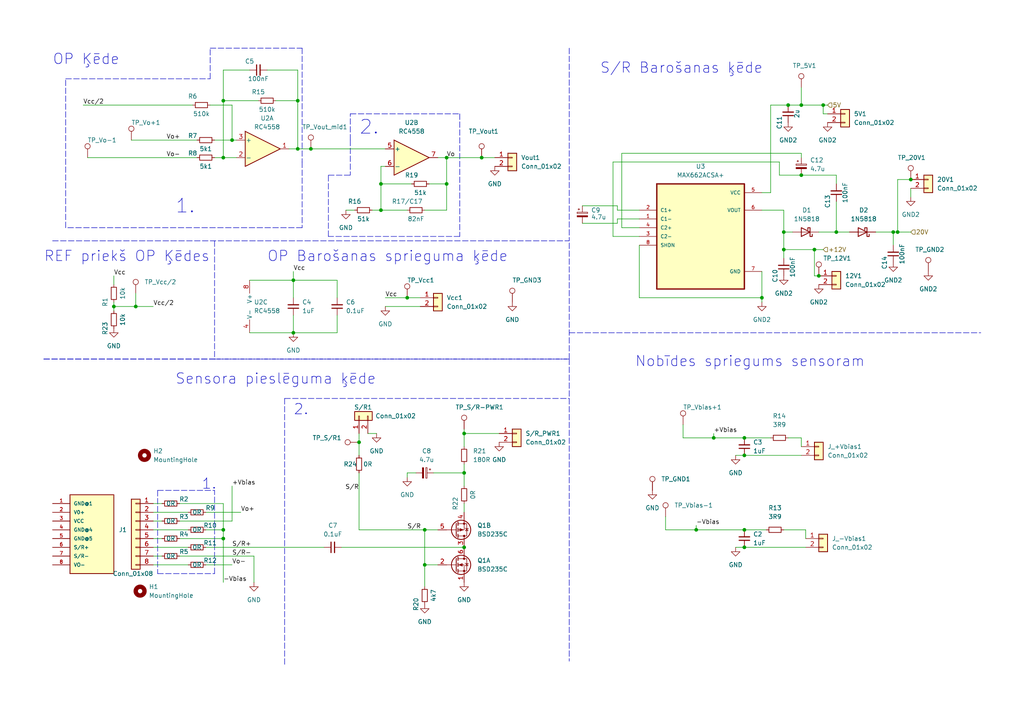
<source format=kicad_sch>
(kicad_sch (version 20211123) (generator eeschema)
  (paper "A4")
  (title_block (title "AMR strāvas mērītājs") (company "RTU") (comment 1 "Emīls Stūrītis") (comment 2 "161REB064"))
  (lib_symbols
    (symbol "Amplifier_Operational:RC4558" (pin_names (offset 0.127))
      (property "Reference" "U" (at 0 5.08 0))
      (property "Value" "RC4558" (at 0 -5.08 0))
      (symbol "RC4558_1_1"
        (polyline (pts (xy -5.08 5.08) (xy 5.08 0) (xy -5.08 -5.08) (xy -5.08 5.08)) (stroke (width 0.254)) (fill (type background)))
        (pin output line (at 7.62 0 180) (length 2.54) (name "~") (number "1"))
        (pin input line (at -7.62 -2.54 0) (length 2.54) (name "-") (number "2"))
        (pin input line (at -7.62 2.54 0) (length 2.54) (name "+") (number "3"))
      )
      (symbol "RC4558_2_1"
        (polyline (pts (xy -5.08 5.08) (xy 5.08 0) (xy -5.08 -5.08) (xy -5.08 5.08)) (stroke (width 0.254)) (fill (type background)))
        (pin input line (at -7.62 2.54 0) (length 2.54) (name "+") (number "5"))
        (pin input line (at -7.62 -2.54 0) (length 2.54) (name "-") (number "6"))
        (pin output line (at 7.62 0 180) (length 2.54) (name "~") (number "7"))
      )
      (symbol "RC4558_3_1"
        (pin power_in line (at -2.54 -7.62 90) (length 3.81) (name "V-") (number "4"))
        (pin power_in line (at -2.54 7.62 270) (length 3.81) (name "V+") (number "8"))
      )
    )
    (symbol "Connector:TestPoint" (pin_numbers hide) (pin_names (offset 0.762) hide)
      (property "Reference" "TP" (at 0 6.858 0))
      (property "Value" "TestPoint" (at 0 5.08 0))
      (symbol "TestPoint_0_1"
        (circle (center 0 3.302) (radius 0.762))
      )
      (symbol "TestPoint_1_1"
        (pin passive line (at 0 0 90) (length 2.54) (name "1") (number "1"))
      )
    )
    (symbol "Connector_Generic:Conn_01x02" (pin_names (offset 1.016) hide)
      (property "Reference" "J" (at 0 2.54 0))
      (property "Value" "Conn_01x02" (at 0 -5.08 0))
      (symbol "Conn_01x02_1_1"
        (rectangle (start -1.27 -2.413) (end 0 -2.667) (stroke (width 0.1524)))
        (rectangle (start -1.27 0.127) (end 0 -0.127) (stroke (width 0.1524)))
        (rectangle (start -1.27 1.27) (end 1.27 -3.81) (stroke (width 0.254)) (fill (type background)))
        (pin passive line (at -5.08 0 0) (length 3.81) (name "Pin_1") (number "1"))
        (pin passive line (at -5.08 -2.54 0) (length 3.81) (name "Pin_2") (number "2"))
      )
    )
    (symbol "Connector_Generic:Conn_01x08" (pin_names (offset 1.016) hide)
      (property "Reference" "J" (at 0 10.16 0))
      (property "Value" "Conn_01x08" (at 0 -12.7 0))
      (symbol "Conn_01x08_1_1"
        (rectangle (start -1.27 -10.033) (end 0 -10.287) (stroke (width 0.1524)))
        (rectangle (start -1.27 -7.493) (end 0 -7.747) (stroke (width 0.1524)))
        (rectangle (start -1.27 -4.953) (end 0 -5.207) (stroke (width 0.1524)))
        (rectangle (start -1.27 -2.413) (end 0 -2.667) (stroke (width 0.1524)))
        (rectangle (start -1.27 0.127) (end 0 -0.127) (stroke (width 0.1524)))
        (rectangle (start -1.27 2.667) (end 0 2.413) (stroke (width 0.1524)))
        (rectangle (start -1.27 5.207) (end 0 4.953) (stroke (width 0.1524)))
        (rectangle (start -1.27 7.747) (end 0 7.493) (stroke (width 0.1524)))
        (rectangle (start -1.27 8.89) (end 1.27 -11.43) (stroke (width 0.254)) (fill (type background)))
        (pin passive line (at -5.08 7.62 0) (length 3.81) (name "Pin_1") (number "1"))
        (pin passive line (at -5.08 5.08 0) (length 3.81) (name "Pin_2") (number "2"))
        (pin passive line (at -5.08 2.54 0) (length 3.81) (name "Pin_3") (number "3"))
        (pin passive line (at -5.08 0 0) (length 3.81) (name "Pin_4") (number "4"))
        (pin passive line (at -5.08 -2.54 0) (length 3.81) (name "Pin_5") (number "5"))
        (pin passive line (at -5.08 -5.08 0) (length 3.81) (name "Pin_6") (number "6"))
        (pin passive line (at -5.08 -7.62 0) (length 3.81) (name "Pin_7") (number "7"))
        (pin passive line (at -5.08 -10.16 0) (length 3.81) (name "Pin_8") (number "8"))
      )
    )
    (symbol "Device:C_Polarized_Small" (pin_numbers hide) (pin_names (offset 0.254) hide)
      (property "Reference" "C" (at 0.254 1.778 0))
      (property "Value" "C_Polarized_Small" (at 0.254 -2.032 0))
      (symbol "C_Polarized_Small_0_1"
        (rectangle (start -1.524 -0.3048) (end 1.524 -0.6858) (fill (type outline)))
        (rectangle (start -1.524 0.6858) (end 1.524 0.3048))
        (polyline (pts (xy -1.27 1.524) (xy -0.762 1.524)))
        (polyline (pts (xy -1.016 1.27) (xy -1.016 1.778)))
      )
      (symbol "C_Polarized_Small_1_1"
        (pin passive line (at 0 2.54 270) (length 1.8542) (name "~") (number "1"))
        (pin passive line (at 0 -2.54 90) (length 1.8542) (name "~") (number "2"))
      )
    )
    (symbol "Device:C_Small" (pin_numbers hide) (pin_names (offset 0.254) hide)
      (property "Reference" "C" (at 0.254 1.778 0))
      (property "Value" "C_Small" (at 0.254 -2.032 0))
      (symbol "C_Small_0_1"
        (polyline (pts (xy -1.524 -0.508) (xy 1.524 -0.508)) (stroke (width 0.3302)))
        (polyline (pts (xy -1.524 0.508) (xy 1.524 0.508)) (stroke (width 0.3048)))
      )
      (symbol "C_Small_1_1"
        (pin passive line (at 0 2.54 270) (length 2.032) (name "~") (number "1"))
        (pin passive line (at 0 -2.54 90) (length 2.032) (name "~") (number "2"))
      )
    )
    (symbol "Device:R_Small" (pin_numbers hide) (pin_names (offset 0.254) hide)
      (property "Reference" "R" (at 0.762 0.508 0))
      (property "Value" "R_Small" (at 0.762 -1.016 0))
      (symbol "R_Small_0_1"
        (rectangle (start -0.762 1.778) (end 0.762 -1.778) (stroke (width 0.2032)))
      )
      (symbol "R_Small_1_1"
        (pin passive line (at 0 2.54 270) (length 0.762) (name "~") (number "1"))
        (pin passive line (at 0 -2.54 90) (length 0.762) (name "~") (number "2"))
      )
    )
    (symbol "Diode:1N5818" (pin_numbers hide) (pin_names (offset 1.016) hide)
      (property "Reference" "D" (at 0 2.54 0))
      (property "Value" "1N5818" (at 0 -2.54 0))
      (symbol "1N5818_0_1"
        (polyline (pts (xy 1.27 0) (xy -1.27 0)))
        (polyline (pts (xy 1.27 1.27) (xy 1.27 -1.27) (xy -1.27 0) (xy 1.27 1.27)) (stroke (width 0.254)))
        (polyline (pts (xy -1.905 0.635) (xy -1.905 1.27) (xy -1.27 1.27) (xy -1.27 -1.27) (xy -0.635 -1.27) (xy -0.635 -0.635)) (stroke (width 0.254)))
      )
      (symbol "1N5818_1_1"
        (pin passive line (at -3.81 0 0) (length 2.54) (name "K") (number "1"))
        (pin passive line (at 3.81 0 180) (length 2.54) (name "A") (number "2"))
      )
    )
    (symbol "Mechanical:MountingHole" (pin_names (offset 1.016))
      (property "Reference" "H" (at 0 5.08 0))
      (property "Value" "MountingHole" (at 0 3.175 0))
      (symbol "MountingHole_0_1"
        (circle (center 0 0) (radius 1.27) (stroke (width 1.27)))
      )
    )
    (symbol "MyLib:HMC1051Z" (pin_names (offset 1.016))
      (symbol "HMC1051Z_0_0"
        (rectangle (start 0 -7.62) (end 12.7 15.24) (stroke (width 0.254)) (fill (type background)))
        (polyline (pts (xy 0 15.24) (xy 0 -7.62)) (stroke (width 0.254)))
        (pin bidirectional line (at -5.08 12.7 0) (length 5.08) (name "GND@1") (number "1"))
        (pin bidirectional line (at -5.08 10.16 0) (length 5.08) (name "V0+") (number "2"))
        (pin bidirectional line (at -5.08 7.62 0) (length 5.08) (name "VCC") (number "3"))
        (pin bidirectional line (at -5.08 5.08 0) (length 5.08) (name "GND@4") (number "4"))
        (pin bidirectional line (at -5.08 2.54 0) (length 5.08) (name "GND@5") (number "5"))
        (pin bidirectional line (at -5.08 0 0) (length 5.08) (name "S/R+") (number "6"))
        (pin bidirectional line (at -5.08 -2.54 0) (length 5.08) (name "S/R-") (number "7"))
        (pin bidirectional line (at -5.08 -5.08 0) (length 5.08) (name "VO-") (number "8"))
      )
    )
    (symbol "MyLib:MAX662ACSA+" (pin_names (offset 1.016))
      (property "Reference" "U" (at -12.7 16.2306 0))
      (property "Value" "MAX662ACSA+" (at -12.7 -19.2278 0))
      (symbol "MAX662ACSA+_0_0"
        (rectangle (start -12.7 -15.24) (end 12.7 15.24) (stroke (width 0.4064)) (fill (type background)))
        (pin input line (at -17.78 5.08 0) (length 5.08) (name "C1-") (number "1"))
        (pin input line (at -17.78 7.62 0) (length 5.08) (name "C1+") (number "2"))
        (pin input line (at -17.78 0 0) (length 5.08) (name "C2-") (number "3"))
        (pin input line (at -17.78 2.54 0) (length 5.08) (name "C2+") (number "4"))
        (pin power_in line (at 17.78 12.7 180) (length 5.08) (name "VCC") (number "5"))
        (pin output line (at 17.78 7.62 180) (length 5.08) (name "VOUT") (number "6"))
        (pin power_in line (at 17.78 -10.16 180) (length 5.08) (name "GND") (number "7"))
        (pin input line (at -17.78 -2.54 0) (length 5.08) (name "SHDN") (number "8"))
      )
    )
    (symbol "Transistor_FET:BSD235C" (pin_names hide)
      (property "Reference" "Q" (at 5.08 2.54 0))
      (property "Value" "BSD235C" (at 5.08 0 0))
      (symbol "BSD235C_1_1"
        (polyline (pts (xy 0.254 -1.905) (xy 0.254 1.905)) (stroke (width 0.254)))
        (polyline (pts (xy 0.254 0) (xy -2.54 0)))
        (polyline (pts (xy 0.762 -2.286) (xy 0.762 -1.27)) (stroke (width 0.254)))
        (polyline (pts (xy 0.762 -0.508) (xy 0.762 0.508)) (stroke (width 0.254)))
        (polyline (pts (xy 0.762 1.27) (xy 0.762 2.286)) (stroke (width 0.254)))
        (polyline (pts (xy 2.54 1.905) (xy 2.54 2.54)))
        (polyline (pts (xy 2.54 -2.54) (xy 2.54 0) (xy 0.762 0)))
        (polyline (pts (xy 0.762 1.778) (xy 3.302 1.778) (xy 3.302 -1.778) (xy 0.762 -1.778)))
        (polyline (pts (xy 1.016 0) (xy 2.032 -0.381) (xy 2.032 0.381) (xy 1.016 0)) (fill (type outline)))
        (polyline (pts (xy 2.794 0.508) (xy 2.921 0.381) (xy 3.683 0.381) (xy 3.81 0.254)))
        (polyline (pts (xy 3.302 0.381) (xy 2.921 -0.254) (xy 3.683 -0.254) (xy 3.302 0.381)))
        (circle (center 1.651 0) (radius 2.794) (stroke (width 0.254)))
        (circle (center 2.54 -1.778) (radius 0.254) (fill (type outline)))
        (circle (center 2.54 1.778) (radius 0.254) (fill (type outline)))
        (pin passive line (at 2.54 -5.08 90) (length 2.54) (name "SN") (number "1"))
        (pin input line (at -5.08 0 0) (length 2.54) (name "GN") (number "2"))
        (pin passive line (at 2.54 5.08 270) (length 2.54) (name "DN") (number "6"))
      )
      (symbol "BSD235C_2_1"
        (polyline (pts (xy 0.254 0) (xy -2.54 0)))
        (polyline (pts (xy 0.254 1.905) (xy 0.254 -1.905)) (stroke (width 0.254)))
        (polyline (pts (xy 0.762 -1.27) (xy 0.762 -2.286)) (stroke (width 0.254)))
        (polyline (pts (xy 0.762 0.508) (xy 0.762 -0.508)) (stroke (width 0.254)))
        (polyline (pts (xy 0.762 2.286) (xy 0.762 1.27)) (stroke (width 0.254)))
        (polyline (pts (xy 2.54 -1.905) (xy 2.54 -2.54)))
        (polyline (pts (xy 2.54 2.54) (xy 2.54 0) (xy 0.762 0)))
        (polyline (pts (xy 0.762 -1.778) (xy 3.302 -1.778) (xy 3.302 1.778) (xy 0.762 1.778)))
        (polyline (pts (xy 2.286 0) (xy 1.27 -0.381) (xy 1.27 0.381) (xy 2.286 0)) (fill (type outline)))
        (polyline (pts (xy 2.794 0.508) (xy 2.921 0.381) (xy 3.683 0.381) (xy 3.81 0.254)))
        (polyline (pts (xy 3.302 0.381) (xy 2.921 -0.254) (xy 3.683 -0.254) (xy 3.302 0.381)))
        (circle (center 1.651 0) (radius 2.794) (stroke (width 0.254)))
        (circle (center 2.54 -1.778) (radius 0.254) (fill (type outline)))
        (circle (center 2.54 1.778) (radius 0.254) (fill (type outline)))
        (pin passive line (at 2.54 -5.08 90) (length 2.54) (name "DP") (number "3"))
        (pin passive line (at 2.54 5.08 270) (length 2.54) (name "SP") (number "4"))
        (pin input line (at -5.08 0 0) (length 2.54) (name "GP") (number "5"))
      )
    )
    (symbol "power:GND" (power) (pin_names (offset 0))
      (property "Value" "GND" (at 0 -3.81 0))
      (symbol "GND_0_1"
        (polyline (pts (xy 0 0) (xy 0 -1.27) (xy 1.27 -1.27) (xy 0 -2.54) (xy -1.27 -1.27) (xy 0 -1.27)))
      )
      (symbol "GND_1_1"
        (pin power_in line (at 0 0 270) (length 0) hide (name "GND") (number "1"))
      )
    )
    (symbol "power:GND2" (power) (pin_names (offset 0))
      (property "Value" "GND2" (at 0 -3.81 0))
      (symbol "GND2_0_1"
        (polyline (pts (xy 0 0) (xy 0 -1.27) (xy 1.27 -1.27) (xy 0 -2.54) (xy -1.27 -1.27) (xy 0 -1.27)))
      )
      (symbol "GND2_1_1"
        (pin power_in line (at 0 0 270) (length 0) hide (name "GND2") (number "1"))
      )
    )
  )
  (junction (at 64.77 29.21))
  (junction (at 215.9 127))
  (junction (at 220.98 86.36))
  (junction (at 129.54 45.72))
  (junction (at 104.14 128.27))
  (junction (at 64.77 45.72))
  (junction (at 215.9 132.08))
  (junction (at 232.41 30.48))
  (junction (at 110.49 53.34))
  (junction (at 134.62 137.16))
  (junction (at 238.76 30.48))
  (junction (at 264.16 52.07))
  (junction (at 118.11 86.36))
  (junction (at 123.19 153.67))
  (junction (at 260.35 67.31))
  (junction (at 110.49 60.96))
  (junction (at 129.54 53.34))
  (junction (at 39.37 88.9))
  (junction (at 228.6 30.48))
  (junction (at 64.77 153.67))
  (junction (at 67.31 40.64))
  (junction (at 33.02 88.9))
  (junction (at 242.57 67.31))
  (junction (at 237.49 80.01))
  (junction (at 227.33 67.31))
  (junction (at 86.36 29.21))
  (junction (at 259.08 67.31))
  (junction (at 134.62 125.73))
  (junction (at 207.01 127))
  (junction (at 123.19 163.83))
  (junction (at 215.9 153.67))
  (junction (at 85.09 96.52))
  (junction (at 215.9 158.75))
  (junction (at 232.41 50.8))
  (junction (at 85.09 81.28))
  (junction (at 90.17 43.18))
  (junction (at 134.62 158.75))
  (junction (at 64.77 156.21))
  (junction (at 86.36 43.18))
  (junction (at 201.93 153.67))
  (junction (at 227.33 72.39))
  (junction (at 139.7 45.72))
  (junction (at 236.22 72.39))
  (wire (pts (xy 33.02 80.01) (xy 33.02 82.55)))
  (wire (pts (xy 123.19 163.83) (xy 127 163.83)))
  (wire (pts (xy 215.9 127) (xy 207.01 127)))
  (wire (pts (xy 179.07 63.5) (xy 185.42 63.5)))
  (wire (pts (xy 85.09 81.28) (xy 85.09 86.36)))
  (polyline (pts (xy 45.72 166.37) (xy 62.23 166.37)))
  (wire (pts (xy 59.69 163.83) (xy 67.31 163.83)))
  (wire (pts (xy 120.65 137.16) (xy 118.11 137.16)))
  (wire (pts (xy 77.47 20.32) (xy 86.36 20.32)))
  (wire (pts (xy 201.93 153.67) (xy 201.93 152.4)))
  (wire (pts (xy 99.06 158.75) (xy 134.62 158.75)))
  (wire (pts (xy 110.49 53.34) (xy 119.38 53.34)))
  (wire (pts (xy 134.62 125.73) (xy 134.62 129.54)))
  (wire (pts (xy 52.07 161.29) (xy 73.66 161.29)))
  (wire (pts (xy 213.36 158.75) (xy 215.9 158.75)))
  (wire (pts (xy 33.02 88.9) (xy 33.02 87.63)))
  (wire (pts (xy 118.11 137.16) (xy 118.11 138.43)))
  (polyline (pts (xy 82.55 115.57) (xy 82.55 193.04)))
  (wire (pts (xy 227.33 72.39) (xy 227.33 74.93)))
  (wire (pts (xy 236.22 72.39) (xy 238.76 72.39)))
  (wire (pts (xy 125.73 137.16) (xy 134.62 137.16)))
  (wire (pts (xy 83.82 43.18) (xy 86.36 43.18)))
  (wire (pts (xy 111.76 86.36) (xy 118.11 86.36)))
  (wire (pts (xy 232.41 127) (xy 232.41 129.54)))
  (wire (pts (xy 64.77 29.21) (xy 74.93 29.21)))
  (wire (pts (xy 232.41 44.45) (xy 232.41 45.72)))
  (wire (pts (xy 52.07 156.21) (xy 64.77 156.21)))
  (wire (pts (xy 44.45 158.75) (xy 54.61 158.75)))
  (wire (pts (xy 134.62 125.73) (xy 144.78 125.73)))
  (wire (pts (xy 193.04 149.86) (xy 193.04 153.67)))
  (wire (pts (xy 97.79 96.52) (xy 85.09 96.52)))
  (wire (pts (xy 237.49 80.01) (xy 236.22 80.01)))
  (wire (pts (xy 193.04 153.67) (xy 201.93 153.67)))
  (wire (pts (xy 179.07 64.77) (xy 179.07 63.5)))
  (wire (pts (xy 134.62 134.62) (xy 134.62 137.16)))
  (wire (pts (xy 85.09 81.28) (xy 97.79 81.28)))
  (polyline (pts (xy 101.6 40.64) (xy 101.6 50.8)))
  (wire (pts (xy 260.35 52.07) (xy 260.35 67.31)))
  (wire (pts (xy 44.45 153.67) (xy 54.61 153.67)))
  (wire (pts (xy 213.36 132.08) (xy 215.9 132.08)))
  (polyline (pts (xy 45.72 142.24) (xy 62.23 142.24)))
  (wire (pts (xy 227.33 153.67) (xy 233.68 153.67)))
  (wire (pts (xy 228.6 127) (xy 232.41 127)))
  (wire (pts (xy 59.69 158.75) (xy 93.98 158.75)))
  (wire (pts (xy 215.9 158.75) (xy 233.68 158.75)))
  (wire (pts (xy 134.62 137.16) (xy 134.62 140.97)))
  (wire (pts (xy 104.14 153.67) (xy 104.14 137.16)))
  (wire (pts (xy 86.36 43.18) (xy 86.36 29.21)))
  (wire (pts (xy 260.35 52.07) (xy 264.16 52.07)))
  (wire (pts (xy 39.37 88.9) (xy 44.45 88.9)))
  (wire (pts (xy 59.69 148.59) (xy 69.85 148.59)))
  (polyline (pts (xy 101.6 40.64) (xy 101.6 33.02)))
  (wire (pts (xy 109.22 125.73) (xy 106.68 125.73)))
  (wire (pts (xy 129.54 60.96) (xy 123.19 60.96)))
  (wire (pts (xy 73.66 168.91) (xy 73.66 161.29)))
  (wire (pts (xy 110.49 60.96) (xy 118.11 60.96)))
  (wire (pts (xy 129.54 53.34) (xy 129.54 45.72)))
  (wire (pts (xy 129.54 45.72) (xy 139.7 45.72)))
  (wire (pts (xy 118.11 86.36) (xy 121.92 86.36)))
  (wire (pts (xy 97.79 91.44) (xy 97.79 96.52)))
  (wire (pts (xy 207.01 127) (xy 207.01 125.73)))
  (wire (pts (xy 59.69 153.67) (xy 64.77 153.67)))
  (wire (pts (xy 237.49 67.31) (xy 242.57 67.31)))
  (polyline (pts (xy 62.23 69.85) (xy 62.23 104.14)))
  (polyline (pts (xy 133.35 68.58) (xy 95.25 68.58)))
  (polyline (pts (xy 19.05 22.86) (xy 60.96 22.86)))
  (wire (pts (xy 177.8 46.99) (xy 226.06 46.99)))
  (wire (pts (xy 85.09 91.44) (xy 85.09 96.52)))
  (wire (pts (xy 64.77 20.32) (xy 72.39 20.32)))
  (wire (pts (xy 67.31 151.13) (xy 67.31 140.97)))
  (polyline (pts (xy 165.1 96.52) (xy 284.48 96.52)))
  (wire (pts (xy 67.31 30.48) (xy 67.31 40.64)))
  (wire (pts (xy 185.42 66.04) (xy 180.34 66.04)))
  (wire (pts (xy 179.07 60.96) (xy 179.07 59.69)))
  (polyline (pts (xy 133.35 33.02) (xy 133.35 68.58)))
  (polyline (pts (xy 165.1 104.14) (xy 165.1 191.77)))
  (wire (pts (xy 185.42 86.36) (xy 185.42 71.12)))
  (polyline (pts (xy 87.63 13.97) (xy 87.63 46.99)))
  (wire (pts (xy 90.17 43.18) (xy 111.76 43.18)))
  (wire (pts (xy 240.03 33.02) (xy 238.76 33.02)))
  (wire (pts (xy 38.1 40.64) (xy 57.15 40.64)))
  (wire (pts (xy 139.7 45.72) (xy 143.51 45.72)))
  (wire (pts (xy 33.02 90.17) (xy 33.02 88.9)))
  (wire (pts (xy 104.14 128.27) (xy 104.14 125.73)))
  (wire (pts (xy 180.34 66.04) (xy 180.34 44.45)))
  (wire (pts (xy 60.96 30.48) (xy 67.31 30.48)))
  (wire (pts (xy 259.08 67.31) (xy 260.35 67.31)))
  (wire (pts (xy 100.33 60.96) (xy 102.87 60.96)))
  (polyline (pts (xy 87.63 46.99) (xy 87.63 66.04)))
  (wire (pts (xy 110.49 48.26) (xy 110.49 53.34)))
  (wire (pts (xy 227.33 72.39) (xy 236.22 72.39)))
  (polyline (pts (xy 95.25 68.58) (xy 95.25 50.8)))
  (wire (pts (xy 220.98 60.96) (xy 227.33 60.96)))
  (wire (pts (xy 238.76 30.48) (xy 238.76 33.02)))
  (wire (pts (xy 111.76 88.9) (xy 121.92 88.9)))
  (wire (pts (xy 111.76 48.26) (xy 110.49 48.26)))
  (wire (pts (xy 39.37 85.09) (xy 39.37 88.9)))
  (wire (pts (xy 64.77 168.91) (xy 64.77 156.21)))
  (wire (pts (xy 223.52 30.48) (xy 223.52 55.88)))
  (wire (pts (xy 44.45 148.59) (xy 54.61 148.59)))
  (wire (pts (xy 198.12 127) (xy 198.12 123.19)))
  (wire (pts (xy 85.09 96.52) (xy 72.39 96.52)))
  (wire (pts (xy 185.42 60.96) (xy 179.07 60.96)))
  (polyline (pts (xy 62.23 166.37) (xy 62.23 142.24)))
  (wire (pts (xy 64.77 156.21) (xy 64.77 153.67)))
  (wire (pts (xy 85.09 78.74) (xy 85.09 81.28)))
  (polyline (pts (xy 62.23 104.14) (xy 165.1 104.14)))
  (wire (pts (xy 44.45 146.05) (xy 46.99 146.05)))
  (wire (pts (xy 110.49 53.34) (xy 110.49 60.96)))
  (wire (pts (xy 259.08 71.12) (xy 259.08 67.31)))
  (wire (pts (xy 67.31 40.64) (xy 68.58 40.64)))
  (wire (pts (xy 123.19 170.18) (xy 123.19 163.83)))
  (polyline (pts (xy 60.96 22.86) (xy 60.96 13.97)))
  (polyline (pts (xy 19.05 66.04) (xy 19.05 22.86)))
  (wire (pts (xy 86.36 43.18) (xy 90.17 43.18)))
  (wire (pts (xy 72.39 81.28) (xy 85.09 81.28)))
  (wire (pts (xy 259.08 67.31) (xy 254 67.31)))
  (wire (pts (xy 25.4 45.72) (xy 57.15 45.72)))
  (polyline (pts (xy 45.72 142.24) (xy 45.72 166.37)))
  (wire (pts (xy 232.41 30.48) (xy 238.76 30.48)))
  (wire (pts (xy 86.36 20.32) (xy 86.36 29.21)))
  (polyline (pts (xy 101.6 33.02) (xy 133.35 33.02)))
  (wire (pts (xy 44.45 163.83) (xy 54.61 163.83)))
  (wire (pts (xy 64.77 45.72) (xy 68.58 45.72)))
  (wire (pts (xy 233.68 153.67) (xy 233.68 156.21)))
  (wire (pts (xy 207.01 127) (xy 198.12 127)))
  (wire (pts (xy 264.16 54.61) (xy 264.16 57.15)))
  (polyline (pts (xy 60.96 13.97) (xy 87.63 13.97)))
  (wire (pts (xy 64.77 20.32) (xy 64.77 29.21)))
  (wire (pts (xy 226.06 46.99) (xy 226.06 50.8)))
  (wire (pts (xy 228.6 30.48) (xy 232.41 30.48)))
  (wire (pts (xy 64.77 153.67) (xy 64.77 146.05)))
  (wire (pts (xy 215.9 153.67) (xy 222.25 153.67)))
  (polyline (pts (xy 12.7 104.14) (xy 62.23 104.14)))
  (polyline (pts (xy 87.63 66.04) (xy 19.05 66.04)))
  (wire (pts (xy 124.46 53.34) (xy 129.54 53.34)))
  (wire (pts (xy 220.98 86.36) (xy 185.42 86.36)))
  (wire (pts (xy 232.41 50.8) (xy 242.57 50.8)))
  (wire (pts (xy 64.77 29.21) (xy 64.77 45.72)))
  (polyline (pts (xy 15.24 69.85) (xy 165.1 69.85)))
  (wire (pts (xy 33.02 88.9) (xy 39.37 88.9)))
  (wire (pts (xy 62.23 40.64) (xy 67.31 40.64)))
  (polyline (pts (xy 165.1 104.14) (xy 165.1 69.85)))
  (wire (pts (xy 226.06 50.8) (xy 232.41 50.8)))
  (wire (pts (xy 129.54 45.72) (xy 127 45.72)))
  (wire (pts (xy 227.33 67.31) (xy 229.87 67.31)))
  (wire (pts (xy 236.22 80.01) (xy 236.22 72.39)))
  (wire (pts (xy 215.9 153.67) (xy 201.93 153.67)))
  (wire (pts (xy 24.13 30.48) (xy 55.88 30.48)))
  (wire (pts (xy 215.9 127) (xy 223.52 127)))
  (wire (pts (xy 97.79 81.28) (xy 97.79 86.36)))
  (wire (pts (xy 177.8 68.58) (xy 177.8 46.99)))
  (wire (pts (xy 223.52 30.48) (xy 228.6 30.48)))
  (wire (pts (xy 227.33 67.31) (xy 227.33 72.39)))
  (wire (pts (xy 64.77 146.05) (xy 52.07 146.05)))
  (wire (pts (xy 180.34 44.45) (xy 232.41 44.45)))
  (wire (pts (xy 86.36 29.21) (xy 80.01 29.21)))
  (wire (pts (xy 107.95 60.96) (xy 110.49 60.96)))
  (wire (pts (xy 232.41 25.4) (xy 232.41 30.48)))
  (wire (pts (xy 44.45 151.13) (xy 46.99 151.13)))
  (wire (pts (xy 238.76 30.48) (xy 240.03 30.48)))
  (wire (pts (xy 129.54 53.34) (xy 129.54 60.96)))
  (wire (pts (xy 227.33 60.96) (xy 227.33 67.31)))
  (wire (pts (xy 168.91 64.77) (xy 179.07 64.77)))
  (wire (pts (xy 242.57 58.42) (xy 242.57 67.31)))
  (wire (pts (xy 185.42 68.58) (xy 177.8 68.58)))
  (wire (pts (xy 220.98 87.63) (xy 220.98 86.36)))
  (wire (pts (xy 242.57 50.8) (xy 242.57 53.34)))
  (wire (pts (xy 62.23 45.72) (xy 64.77 45.72)))
  (wire (pts (xy 44.45 161.29) (xy 46.99 161.29)))
  (wire (pts (xy 242.57 67.31) (xy 246.38 67.31)))
  (wire (pts (xy 134.62 146.05) (xy 134.62 148.59)))
  (wire (pts (xy 44.45 156.21) (xy 46.99 156.21)))
  (wire (pts (xy 52.07 151.13) (xy 67.31 151.13)))
  (wire (pts (xy 220.98 78.74) (xy 220.98 86.36)))
  (wire (pts (xy 104.14 128.27) (xy 104.14 132.08)))
  (wire (pts (xy 134.62 124.46) (xy 134.62 125.73)))
  (wire (pts (xy 220.98 55.88) (xy 223.52 55.88)))
  (wire (pts (xy 104.14 153.67) (xy 123.19 153.67)))
  (polyline (pts (xy 165.1 13.97) (xy 165.1 69.85)))
  (polyline (pts (xy 95.25 50.8) (xy 101.6 50.8)))
  (wire (pts (xy 123.19 153.67) (xy 127 153.67)))
  (polyline (pts (xy 82.55 115.57) (xy 165.1 115.57)))
  (wire (pts (xy 123.19 163.83) (xy 123.19 153.67)))
  (wire (pts (xy 260.35 67.31) (xy 264.16 67.31)))
  (wire (pts (xy 215.9 132.08) (xy 232.41 132.08)))
  (polyline (pts (xy 12.7 104.14) (xy 165.1 104.14)))
  (wire (pts (xy 168.91 59.69) (xy 179.07 59.69)))
  (text "Nobīdes spriegums sensoram" (at 184.15 106.68 0) (effects (font (size 3 3)) (justify left bottom)))
  (text "OP Barošanas sprieguma ķēde" (at 77.47 76.2 0) (effects (font (size 3 3)) (justify left bottom)))
  (text "Sensora pieslēguma ķēde\n" (at 50.8 111.76 0) (effects (font (size 3 3)) (justify left bottom)))
  (text "2." (at 85.09 120.65 0) (effects (font (size 3 3)) (justify left bottom)))
  (text "1." (at 50.8 62.23 0) (effects (font (size 4 4)) (justify left bottom)))
  (text "S/R Barošanas ķēde" (at 173.99 21.59 0) (effects (font (size 3 3)) (justify left bottom)))
  (text "REF priekš OP Ķēdes" (at 12.7 76.2 0) (effects (font (size 3 3)) (justify left bottom)))
  (text "2." (at 104.14 39.37 0) (effects (font (size 4 4)) (justify left bottom)))
  (text "1." (at 58.42 142.24 0) (effects (font (size 3 3)) (justify left bottom)))
  (text "OP Ķēde" (at 15.24 19.05 0) (effects (font (size 3 3)) (justify left bottom)))
  (label "-Vbias" (at 64.77 168.91 0))
  (label "Vcc" (at 85.09 78.74 0))
  (label "Vo-" (at 48.26 45.72 0))
  (label "Vo+" (at 69.85 148.59 0))
  (label "S{slash}R" (at 104.14 142.24 180))
  (label "+Vbias" (at 207.01 125.73 0))
  (label "S{slash}R" (at 118.11 153.67 0))
  (label "S{slash}R-" (at 67.31 161.29 0))
  (label "Vo-" (at 67.31 163.83 0))
  (label "-Vbias" (at 201.93 152.4 0))
  (label "S{slash}R+" (at 67.31 158.75 0))
  (label "Vo" (at 129.54 45.72 0))
  (label "Vcc{slash}2" (at 24.13 30.48 0))
  (label "+Vbias" (at 67.31 140.97 0))
  (label "Vcc" (at 33.02 80.01 0))
  (label "Vcc" (at 111.76 86.36 0))
  (label "Vcc{slash}2" (at 44.45 88.9 0))
  (label "Vo+" (at 48.26 40.64 0))
  (hierarchical_label "20V" (shape input) (at 264.16 67.31 0))
  (hierarchical_label "+12V" (shape input) (at 238.76 72.39 0))
  (hierarchical_label "5V" (shape input) (at 240.03 30.48 0))
  (symbol (lib_id "Transistor_FET:BSD235C") (at 132.08 163.83 0) (unit 1)
    (property "Reference" "Q1" (at 138.43 162.5599 0) (effects (justify left)))
    (property "Value" "BSD235C" (at 138.43 165.0999 0) (effects (justify left)))
    (property "Footprint" "Package_TO_SOT_SMD:SOT-563" (effects hide))
    (property "Datasheet" "https://www.infineon.com/dgdl/Infineon-BSD235C-DS-v02_04-EN.pdf?fileId=db3a30433580b371013585a2d0d53326" (effects hide))
  )
  (symbol (lib_id "Connector_Generic:Conn_01x08") (at 39.37 153.67 0) (mirror y) (unit 1)
    (property "Reference" "J1" (at 36.83 153.6699 0) (effects (justify left)))
    (property "Value" "Conn_01x08" (at 44.45 166.37 0) (effects (justify left)))
    (property "Footprint" "Connector_PinSocket_1.27mm:PinSocket_1x08_P1.27mm_Vertical" (effects hide))
  )
  (symbol (lib_id "Device:C_Polarized_Small") (at 123.19 137.16 270) (unit 1)
    (property "Reference" "C8" (at 123.7361 130.81 90))
    (property "Value" "4.7u" (at 123.7361 133.35 90))
    (property "Footprint" "Capacitor_Tantalum_SMD:CP_EIA-7343-31_Kemet-D_Pad2.25x2.55mm_HandSolder" (effects hide))
  )
  (symbol (lib_id "Device:C_Polarized_Small") (at 232.41 48.26 0) (unit 1)
    (property "Reference" "C12" (at 234.95 46.4438 0) (effects (justify left)))
    (property "Value" "4.7u" (at 234.95 48.9838 0) (effects (justify left)))
    (property "Footprint" "Capacitor_Tantalum_SMD:CP_EIA-7343-31_Kemet-D_Pad2.25x2.55mm_HandSolder" (effects hide))
  )
  (symbol (lib_id "MyLib:MAX662ACSA+") (at 203.2 68.58 0) (unit 1)
    (property "Reference" "U3" (at 203.2 48.26 0))
    (property "Value" "MAX662ACSA+" (at 203.2 50.8 0))
    (property "Footprint" "MyLib:SOIC127P600X175-8N" (effects hide))
    (property "Availability" "Unavailable" (effects hide))
    (property "Package" "SOIC-8 Maxim" (effects hide))
    (property "MP" "MAX662ACSA+" (effects hide))
    (property "Price" "None" (effects hide))
    (property "Description" "Charge Pump Switching Regulator IC Positive Fixed 12V 1 Output 30mA 8-SOIC _0.154, 3.90mm Width_" (effects hide))
    (property "MF" "Maxim Integrated" (effects hide))
  )
  (symbol (lib_id "power:GND2") (at 220.98 87.63 0) (unit 1)
    (property "Reference" "#PWR0110" (effects hide))
    (property "Value" "GND2" (at 220.98 92.71 0))
  )
  (symbol (lib_id "power:GND") (at 213.36 158.75 0) (unit 1)
    (property "Reference" "#PWR0108" (effects hide))
    (property "Value" "GND" (at 213.36 163.83 0))
  )
  (symbol (lib_id "Connector_Generic:Conn_01x02") (at 148.59 45.72 0) (unit 1)
    (property "Reference" "Vout1" (at 151.13 45.7199 0) (effects (justify left)))
    (property "Value" "Conn_01x02" (at 151.13 48.2599 0) (effects (justify left)))
    (property "Footprint" "Connector_PinHeader_2.54mm:PinHeader_1x02_P2.54mm_Horizontal" (effects hide))
  )
  (symbol (lib_id "Device:C_Small") (at 228.6 33.02 180) (unit 1)
    (property "Reference" "C11" (at 226.06 35.56 90))
    (property "Value" "2u" (at 231.14 33.02 90))
    (property "Footprint" "Capacitor_SMD:C_0805_2012Metric_Pad1.18x1.45mm_HandSolder" (effects hide))
  )
  (symbol (lib_id "Connector:TestPoint") (at 264.16 52.07 0) (unit 1)
    (property "Reference" "TP_20V1" (at 260.35 45.72 0) (effects (justify left)))
    (property "Value" "TestPoint" (effects hide))
    (property "Footprint" "TestPoint:TestPoint_THTPad_D2.5mm_Drill1.2mm" (effects hide))
  )
  (symbol (lib_id "Connector_Generic:Conn_01x02") (at 238.76 156.21 0) (unit 1)
    (property "Reference" "J_-Vbias1" (at 241.3 156.2099 0) (effects (justify left)))
    (property "Value" "Conn_01x02" (at 241.3 158.7499 0) (effects (justify left)))
    (property "Footprint" "Connector_PinHeader_2.54mm:PinHeader_1x02_P2.54mm_Horizontal" (effects hide))
  )
  (symbol (lib_id "Device:R_Small") (at 105.41 60.96 90) (unit 1)
    (property "Reference" "R16" (at 102.87 58.42 90))
    (property "Value" "51k" (at 105.41 63.5 90))
    (property "Footprint" "Resistor_SMD:R_0805_2012Metric_Pad1.20x1.40mm_HandSolder" (effects hide))
  )
  (symbol (lib_id "Device:C_Small") (at 227.33 77.47 180) (unit 1)
    (property "Reference" "C10" (at 224.79 80.01 90))
    (property "Value" "100nF" (at 229.87 77.47 90))
    (property "Footprint" "Capacitor_SMD:C_0805_2012Metric_Pad1.18x1.45mm_HandSolder" (effects hide))
  )
  (symbol (lib_id "Device:R_Small") (at 134.62 132.08 0) (unit 1)
    (property "Reference" "R21" (at 137.16 130.8099 0) (effects (justify left)))
    (property "Value" "180R" (at 137.16 133.3499 0) (effects (justify left)))
    (property "Footprint" "Resistor_SMD:R_0805_2012Metric_Pad1.20x1.40mm_HandSolder" (effects hide))
  )
  (symbol (lib_id "Device:R_Small") (at 57.15 148.59 90) (unit 1)
    (property "Reference" "R9" (at 60.96 147.32 90))
    (property "Value" "0R" (at 57.15 148.59 90))
    (property "Footprint" "Resistor_SMD:R_0805_2012Metric_Pad1.20x1.40mm_HandSolder" (effects hide))
  )
  (symbol (lib_id "Connector:TestPoint") (at 148.59 87.63 0) (unit 1)
    (property "Reference" "TP_GND3" (at 148.59 81.28 0) (effects (justify left)))
    (property "Value" "TestPoint" (effects hide))
    (property "Footprint" "TestPoint:TestPoint_THTPad_D2.5mm_Drill1.2mm" (effects hide))
  )
  (symbol (lib_id "Diode:1N5818") (at 233.68 67.31 180) (unit 1)
    (property "Reference" "D1" (at 233.9975 60.96 0))
    (property "Value" "1N5818" (at 233.9975 63.5 0))
    (property "Footprint" "Diode_SMD:D_SMA" (effects hide))
    (property "Datasheet" "http://www.vishay.com/docs/88525/1n5817.pdf" (effects hide))
  )
  (symbol (lib_id "power:GND2") (at 269.24 78.74 0) (unit 1)
    (property "Reference" "#PWR0123" (effects hide))
    (property "Value" "GND2" (at 269.24 83.82 0))
  )
  (symbol (lib_id "Device:R_Small") (at 123.19 172.72 180) (unit 1)
    (property "Reference" "R20" (at 120.65 175.26 90))
    (property "Value" "4k7" (at 125.73 172.72 90))
    (property "Footprint" "Resistor_SMD:R_0805_2012Metric_Pad1.20x1.40mm_HandSolder" (effects hide))
  )
  (symbol (lib_id "Mechanical:MountingHole") (at 40.64 171.45 0) (unit 1)
    (property "Reference" "H1" (at 43.18 170.1799 0) (effects (justify left)))
    (property "Value" "MountingHole" (at 43.18 172.7199 0) (effects (justify left)))
    (property "Footprint" "MountingHole:MountingHole_3.2mm_M3" (effects hide))
  )
  (symbol (lib_id "Connector:TestPoint") (at 269.24 78.74 0) (unit 1)
    (property "Reference" "TP_GND2" (at 265.43 72.39 0) (effects (justify left)))
    (property "Value" "TestPoint" (effects hide))
    (property "Footprint" "TestPoint:TestPoint_THTPad_D2.5mm_Drill1.2mm" (effects hide))
  )
  (symbol (lib_id "power:GND2") (at 264.16 57.15 0) (unit 1)
    (property "Reference" "#PWR0120" (effects hide))
    (property "Value" "GND2" (at 264.16 62.23 0))
  )
  (symbol (lib_id "Device:C_Small") (at 242.57 55.88 180) (unit 1)
    (property "Reference" "C13" (at 240.03 58.42 90))
    (property "Value" "100nF" (at 245.11 55.88 90))
    (property "Footprint" "Capacitor_SMD:C_0805_2012Metric_Pad1.18x1.45mm_HandSolder" (effects hide))
  )
  (symbol (lib_id "Device:C_Small") (at 85.09 88.9 180) (unit 1)
    (property "Reference" "C4" (at 87.63 87.6235 0) (effects (justify right)))
    (property "Value" "1uF" (at 87.63 90.1635 0) (effects (justify right)))
    (property "Footprint" "Capacitor_SMD:C_0805_2012Metric_Pad1.18x1.45mm_HandSolder" (effects hide))
  )
  (symbol (lib_id "Amplifier_Operational:RC4558") (at 76.2 43.18 0) (unit 1)
    (property "Reference" "U2" (at 77.47 34.29 0))
    (property "Value" "RC4558" (at 77.47 36.83 0))
    (property "Footprint" "Package_SO:SOIC-8_3.9x4.9mm_P1.27mm" (effects hide))
    (property "Datasheet" "http://www.ti.com/lit/ds/symlink/rc4558.pdf" (effects hide))
  )
  (symbol (lib_id "Connector:TestPoint") (at 90.17 43.18 0) (unit 1)
    (property "Reference" "TP_Vout_mid1" (at 87.63 36.83 0) (effects (justify left)))
    (property "Value" "TestPoint" (effects hide))
    (property "Footprint" "TestPoint:TestPoint_THTPad_D2.5mm_Drill1.2mm" (effects hide))
  )
  (symbol (lib_id "Transistor_FET:BSD235C") (at 132.08 153.67 0) (unit 2)
    (property "Reference" "Q1" (at 138.43 152.3999 0) (effects (justify left)))
    (property "Value" "BSD235C" (at 138.43 154.9399 0) (effects (justify left)))
    (property "Footprint" "Package_TO_SOT_SMD:SOT-563" (effects hide))
    (property "Datasheet" "https://www.infineon.com/dgdl/Infineon-BSD235C-DS-v02_04-EN.pdf?fileId=db3a30433580b371013585a2d0d53326" (effects hide))
  )
  (symbol (lib_id "Connector_Generic:Conn_01x02") (at 104.14 120.65 90) (unit 1)
    (property "Reference" "S/R1" (at 107.95 118.11 90) (effects (justify left)))
    (property "Value" "Conn_01x02" (at 120.65 120.65 90) (effects (justify left)))
    (property "Footprint" "Connector_PinHeader_2.54mm:PinHeader_1x02_P2.54mm_Horizontal" (effects hide))
  )
  (symbol (lib_id "Device:R_Small") (at 49.53 161.29 90) (unit 1)
    (property "Reference" "R5" (at 53.34 160.02 90))
    (property "Value" "0R" (at 49.53 161.29 90))
    (property "Footprint" "Resistor_SMD:R_0805_2012Metric_Pad1.20x1.40mm_HandSolder" (effects hide))
  )
  (symbol (lib_id "Connector:TestPoint") (at 38.1 40.64 0) (unit 1)
    (property "Reference" "TP_Vo+1" (at 38.1 35.56 0) (effects (justify left)))
    (property "Value" "TestPoint" (effects hide))
    (property "Footprint" "TestPoint:TestPoint_THTPad_D2.5mm_Drill1.2mm" (effects hide))
  )
  (symbol (lib_id "Connector:TestPoint") (at 39.37 85.09 0) (unit 1)
    (property "Reference" "TP_Vcc/2" (at 41.91 81.7879 0) (effects (justify left)))
    (property "Value" "TestPoint" (effects hide))
    (property "Footprint" "TestPoint:TestPoint_THTPad_D2.5mm_Drill1.2mm" (effects hide))
  )
  (symbol (lib_id "Device:R_Small") (at 57.15 158.75 90) (unit 1)
    (property "Reference" "R11" (at 60.96 157.48 90))
    (property "Value" "0R" (at 57.15 158.75 90))
    (property "Footprint" "Resistor_SMD:R_0805_2012Metric_Pad1.20x1.40mm_HandSolder" (effects hide))
  )
  (symbol (lib_id "power:GND") (at 109.22 125.73 0) (unit 1)
    (property "Reference" "#PWR0101" (effects hide))
    (property "Value" "GND" (at 109.22 130.81 0))
  )
  (symbol (lib_id "Device:R_Small") (at 134.62 143.51 180) (unit 1)
    (property "Reference" "R22" (at 132.08 146.05 90))
    (property "Value" "0R" (at 137.16 143.51 90))
    (property "Footprint" "Resistor_SMD:R_0805_2012Metric_Pad1.20x1.40mm_HandSolder" (effects hide))
  )
  (symbol (lib_id "Device:R_Small") (at 58.42 30.48 90) (unit 1)
    (property "Reference" "R6" (at 55.88 27.94 90))
    (property "Value" "510k" (at 58.42 33.02 90))
    (property "Footprint" "Resistor_SMD:R_0805_2012Metric_Pad1.20x1.40mm_HandSolder" (effects hide))
  )
  (symbol (lib_id "Device:C_Small") (at 97.79 88.9 180) (unit 1)
    (property "Reference" "C6" (at 100.33 87.6235 0) (effects (justify right)))
    (property "Value" "0.1uF" (at 100.33 90.1635 0) (effects (justify right)))
    (property "Footprint" "Capacitor_SMD:C_0805_2012Metric_Pad1.18x1.45mm_HandSolder" (effects hide))
  )
  (symbol (lib_id "power:GND") (at 123.19 175.26 0) (unit 1)
    (property "Reference" "#PWR0102" (effects hide))
    (property "Value" "GND" (at 123.19 180.34 0))
  )
  (symbol (lib_id "Mechanical:MountingHole") (at 41.91 132.08 0) (unit 1)
    (property "Reference" "H2" (at 44.45 130.8099 0) (effects (justify left)))
    (property "Value" "MountingHole" (at 44.45 133.3499 0) (effects (justify left)))
    (property "Footprint" "MountingHole:MountingHole_3.2mm_M3" (effects hide))
  )
  (symbol (lib_id "Device:R_Small") (at 104.14 134.62 180) (unit 1)
    (property "Reference" "R24" (at 101.6 134.62 0))
    (property "Value" "0R" (at 106.68 134.62 0))
    (property "Footprint" "Resistor_SMD:R_0805_2012Metric_Pad1.20x1.40mm_HandSolder" (effects hide))
  )
  (symbol (lib_id "power:GND2") (at 240.03 35.56 0) (unit 1)
    (property "Reference" "#PWR0119" (effects hide))
    (property "Value" "GND2" (at 240.03 40.64 0))
  )
  (symbol (lib_id "Device:R_Small") (at 33.02 85.09 180) (unit 1)
    (property "Reference" "R1" (at 30.48 87.63 90))
    (property "Value" "10k" (at 35.56 85.09 90))
    (property "Footprint" "Resistor_SMD:R_0805_2012Metric_Pad1.20x1.40mm_HandSolder" (effects hide))
  )
  (symbol (lib_id "power:GND") (at 144.78 128.27 0) (unit 1)
    (property "Reference" "#PWR0104" (effects hide))
    (property "Value" "GND" (at 144.78 133.35 0))
  )
  (symbol (lib_id "power:GND") (at 148.59 87.63 0) (unit 1)
    (property "Reference" "#PWR0121" (effects hide))
    (property "Value" "GND" (at 148.59 92.71 0))
  )
  (symbol (lib_id "Diode:1N5818") (at 250.19 67.31 180) (unit 1)
    (property "Reference" "D2" (at 250.5075 60.96 0))
    (property "Value" "1N5818" (at 250.5075 63.5 0))
    (property "Footprint" "Diode_SMD:D_SMA" (effects hide))
    (property "Datasheet" "http://www.vishay.com/docs/88525/1n5817.pdf" (effects hide))
  )
  (symbol (lib_id "Device:R_Small") (at 57.15 163.83 90) (unit 1)
    (property "Reference" "R12" (at 60.96 162.56 90))
    (property "Value" "0R" (at 57.15 163.83 90))
    (property "Footprint" "Resistor_SMD:R_0805_2012Metric_Pad1.20x1.40mm_HandSolder" (effects hide))
  )
  (symbol (lib_id "Device:R_Small") (at 226.06 127 90) (unit 1)
    (property "Reference" "R14" (at 226.06 120.65 90))
    (property "Value" "3R9" (at 226.06 123.19 90))
    (property "Footprint" "Resistor_SMD:R_0805_2012Metric_Pad1.20x1.40mm_HandSolder" (effects hide))
  )
  (symbol (lib_id "power:GND") (at 73.66 168.91 0) (unit 1)
    (property "Reference" "#PWR0106" (effects hide))
    (property "Value" "GND" (at 73.66 173.99 0))
  )
  (symbol (lib_id "Device:R_Small") (at 77.47 29.21 90) (unit 1)
    (property "Reference" "R15" (at 74.93 26.67 90))
    (property "Value" "510k" (at 77.47 31.75 90))
    (property "Footprint" "Resistor_SMD:R_0805_2012Metric_Pad1.20x1.40mm_HandSolder" (effects hide))
  )
  (symbol (lib_id "Device:R_Small") (at 49.53 151.13 90) (unit 1)
    (property "Reference" "R3" (at 53.34 149.86 90))
    (property "Value" "0R" (at 49.53 151.13 90))
    (property "Footprint" "Resistor_SMD:R_0805_2012Metric_Pad1.20x1.40mm_HandSolder" (effects hide))
  )
  (symbol (lib_id "Connector:TestPoint") (at 139.7 45.72 0) (unit 1)
    (property "Reference" "TP_Vout1" (at 135.89 38.1 0) (effects (justify left)))
    (property "Value" "TestPoint" (effects hide))
    (property "Footprint" "TestPoint:TestPoint_THTPad_D2.5mm_Drill1.2mm" (effects hide))
  )
  (symbol (lib_id "MyLib:HMC1051Z") (at 20.32 158.75 0) (unit 1) (in_bom no) (on_board no)
    (property "Reference" "U1" (effects hide))
    (property "Value" "HMC1051Z" (effects hide))
    (property "Footprint" "MyLib:HMC1051Z3" (effects hide))
  )
  (symbol (lib_id "Device:C_Small") (at 215.9 156.21 180) (unit 1)
    (property "Reference" "C2" (at 218.44 154.9335 0) (effects (justify right)))
    (property "Value" "1uF" (at 218.44 157.4735 0) (effects (justify right)))
    (property "Footprint" "Capacitor_SMD:C_0805_2012Metric_Pad1.18x1.45mm_HandSolder" (effects hide))
  )
  (symbol (lib_id "Device:R_Small") (at 121.92 53.34 90) (unit 1)
    (property "Reference" "R19" (at 119.38 50.8 90))
    (property "Value" "51k" (at 121.92 55.88 90))
    (property "Footprint" "Resistor_SMD:R_0805_2012Metric_Pad1.20x1.40mm_HandSolder" (effects hide))
  )
  (symbol (lib_id "power:GND") (at 189.23 142.24 0) (unit 1)
    (property "Reference" "#PWR0122" (effects hide))
    (property "Value" "GND" (at 189.23 147.32 0))
  )
  (symbol (lib_id "Connector_Generic:Conn_01x02") (at 269.24 52.07 0) (unit 1)
    (property "Reference" "20V1" (at 271.78 52.0699 0) (effects (justify left)))
    (property "Value" "Conn_01x02" (at 271.78 54.6099 0) (effects (justify left)))
    (property "Footprint" "Connector_PinHeader_2.54mm:PinHeader_1x02_P2.54mm_Horizontal" (effects hide))
  )
  (symbol (lib_id "Device:C_Polarized_Small") (at 168.91 62.23 0) (unit 1)
    (property "Reference" "C9" (at 171.45 60.96 0) (effects (justify left)))
    (property "Value" "4.7u" (at 171.45 62.9538 0) (effects (justify left)))
    (property "Footprint" "Capacitor_Tantalum_SMD:CP_EIA-7343-31_Kemet-D_Pad2.25x2.55mm_HandSolder" (effects hide))
  )
  (symbol (lib_id "Connector:TestPoint") (at 193.04 149.86 0) (unit 1)
    (property "Reference" "TP_Vbias-1" (at 195.58 146.5579 0) (effects (justify left)))
    (property "Value" "TestPoint" (effects hide))
    (property "Footprint" "TestPoint:TestPoint_THTPad_D2.5mm_Drill1.2mm" (effects hide))
  )
  (symbol (lib_id "power:GND") (at 100.33 60.96 0) (unit 1)
    (property "Reference" "#PWR0116" (effects hide))
    (property "Value" "GND" (at 100.33 66.04 0))
  )
  (symbol (lib_id "Connector_Generic:Conn_01x02") (at 237.49 129.54 0) (unit 1)
    (property "Reference" "J_+Vbias1" (at 240.03 129.5399 0) (effects (justify left)))
    (property "Value" "Conn_01x02" (at 240.03 132.0799 0) (effects (justify left)))
    (property "Footprint" "Connector_PinHeader_2.54mm:PinHeader_1x02_P2.54mm_Horizontal" (effects hide))
  )
  (symbol (lib_id "Connector_Generic:Conn_01x02") (at 149.86 125.73 0) (unit 1)
    (property "Reference" "S/R_PWR1" (at 152.4 125.7299 0) (effects (justify left)))
    (property "Value" "Conn_01x02" (at 152.4 128.2699 0) (effects (justify left)))
    (property "Footprint" "Connector_PinHeader_2.54mm:PinHeader_1x02_P2.54mm_Horizontal" (effects hide))
  )
  (symbol (lib_id "Connector:TestPoint") (at 232.41 25.4 0) (unit 1)
    (property "Reference" "TP_5V1" (at 229.87 19.05 0) (effects (justify left)))
    (property "Value" "TestPoint" (effects hide))
    (property "Footprint" "TestPoint:TestPoint_THTPad_D2.5mm_Drill1.2mm" (effects hide))
  )
  (symbol (lib_id "Connector:TestPoint") (at 189.23 142.24 0) (unit 1)
    (property "Reference" "TP_GND1" (at 191.77 138.9379 0) (effects (justify left)))
    (property "Value" "TestPoint" (effects hide))
    (property "Footprint" "TestPoint:TestPoint_THTPad_D2.5mm_Drill1.2mm" (effects hide))
  )
  (symbol (lib_id "Device:C_Small") (at 259.08 73.66 180) (unit 1)
    (property "Reference" "C14" (at 256.54 76.2 90))
    (property "Value" "100nF" (at 261.62 73.66 90))
    (property "Footprint" "Capacitor_SMD:C_0805_2012Metric_Pad1.18x1.45mm_HandSolder" (effects hide))
  )
  (symbol (lib_id "Device:R_Small") (at 59.69 45.72 90) (unit 1)
    (property "Reference" "R8" (at 55.88 44.45 90))
    (property "Value" "5k1" (at 59.69 48.26 90))
    (property "Footprint" "Resistor_SMD:R_0805_2012Metric_Pad1.20x1.40mm_HandSolder" (effects hide))
  )
  (symbol (lib_id "Connector:TestPoint") (at 118.11 86.36 0) (unit 1)
    (property "Reference" "TP_Vcc1" (at 118.11 81.28 0) (effects (justify left)))
    (property "Value" "TestPoint" (effects hide))
    (property "Footprint" "TestPoint:TestPoint_THTPad_D2.5mm_Drill1.2mm" (effects hide))
  )
  (symbol (lib_id "Device:C_Small") (at 96.52 158.75 90) (unit 1)
    (property "Reference" "C7" (at 96.5263 152.4 90))
    (property "Value" "0.1uF" (at 96.5263 154.94 90))
    (property "Footprint" "Capacitor_SMD:C_0805_2012Metric_Pad1.18x1.45mm_HandSolder" (effects hide))
  )
  (symbol (lib_id "power:GND") (at 143.51 48.26 0) (unit 1)
    (property "Reference" "#PWR0112" (effects hide))
    (property "Value" "GND" (at 143.51 53.34 0))
  )
  (symbol (lib_id "Device:R_Small") (at 33.02 92.71 180) (unit 1)
    (property "Reference" "R23" (at 30.48 95.25 90))
    (property "Value" "10k" (at 35.56 92.71 90))
    (property "Footprint" "Resistor_SMD:R_0805_2012Metric_Pad1.20x1.40mm_HandSolder" (effects hide))
  )
  (symbol (lib_id "Connector:TestPoint") (at 104.14 128.27 90) (unit 1)
    (property "Reference" "TP_S/R1" (at 99.06 127 90) (effects (justify left)))
    (property "Value" "TestPoint" (effects hide))
    (property "Footprint" "TestPoint:TestPoint_THTPad_D2.5mm_Drill1.2mm" (effects hide))
  )
  (symbol (lib_id "power:GND") (at 33.02 95.25 0) (unit 1)
    (property "Reference" "#PWR0118" (effects hide))
    (property "Value" "GND" (at 33.02 100.33 0))
  )
  (symbol (lib_id "Connector:TestPoint") (at 25.4 45.72 0) (unit 1)
    (property "Reference" "TP_Vo-1" (at 25.4 40.64 0) (effects (justify left)))
    (property "Value" "TestPoint" (effects hide))
    (property "Footprint" "TestPoint:TestPoint_THTPad_D2.5mm_Drill1.2mm" (effects hide))
  )
  (symbol (lib_id "power:GND2") (at 237.49 82.55 0) (unit 1)
    (property "Reference" "#PWR0113" (effects hide))
    (property "Value" "GND2" (at 237.49 87.63 0))
  )
  (symbol (lib_id "power:GND") (at 213.36 132.08 0) (unit 1)
    (property "Reference" "#PWR0107" (effects hide))
    (property "Value" "GND" (at 213.36 137.16 0))
  )
  (symbol (lib_id "Device:R_Small") (at 49.53 156.21 90) (unit 1)
    (property "Reference" "R4" (at 53.34 154.94 90))
    (property "Value" "0R" (at 49.53 156.21 90))
    (property "Footprint" "Resistor_SMD:R_0805_2012Metric_Pad1.20x1.40mm_HandSolder" (effects hide))
  )
  (symbol (lib_id "Connector_Generic:Conn_01x02") (at 245.11 33.02 0) (unit 1)
    (property "Reference" "5V1" (at 247.65 33.0199 0) (effects (justify left)))
    (property "Value" "Conn_01x02" (at 247.65 35.5599 0) (effects (justify left)))
    (property "Footprint" "Connector_PinHeader_2.54mm:PinHeader_1x02_P2.54mm_Horizontal" (effects hide))
  )
  (symbol (lib_id "Amplifier_Operational:RC4558") (at 74.93 88.9 0) (unit 3)
    (property "Reference" "U2" (at 73.66 87.6299 0) (effects (justify left)))
    (property "Value" "RC4558" (at 73.66 90.1699 0) (effects (justify left)))
    (property "Footprint" "Package_SO:SOIC-8_3.9x4.9mm_P1.27mm" (effects hide))
    (property "Datasheet" "http://www.ti.com/lit/ds/symlink/rc4558.pdf" (effects hide))
  )
  (symbol (lib_id "Device:C_Small") (at 215.9 129.54 180) (unit 1)
    (property "Reference" "C3" (at 218.44 128.2635 0) (effects (justify right)))
    (property "Value" "1uF" (at 218.44 130.8035 0) (effects (justify right)))
    (property "Footprint" "Capacitor_SMD:C_0805_2012Metric_Pad1.18x1.45mm_HandSolder" (effects hide))
  )
  (symbol (lib_id "Device:C_Small") (at 74.93 20.32 90) (unit 1)
    (property "Reference" "C5" (at 72.39 17.78 90))
    (property "Value" "100nF" (at 74.93 22.86 90))
    (property "Footprint" "Capacitor_SMD:C_0805_2012Metric_Pad1.18x1.45mm_HandSolder" (effects hide))
  )
  (symbol (lib_id "Device:R_Small") (at 49.53 146.05 90) (unit 1)
    (property "Reference" "R2" (at 53.34 144.78 90))
    (property "Value" "0R" (at 49.53 146.05 90))
    (property "Footprint" "Resistor_SMD:R_0805_2012Metric_Pad1.20x1.40mm_HandSolder" (effects hide))
  )
  (symbol (lib_id "Device:R_Small") (at 57.15 153.67 90) (unit 1)
    (property "Reference" "R10" (at 60.96 152.4 90))
    (property "Value" "0R" (at 57.15 153.67 90))
    (property "Footprint" "Resistor_SMD:R_0805_2012Metric_Pad1.20x1.40mm_HandSolder" (effects hide))
  )
  (symbol (lib_id "power:GND2") (at 259.08 76.2 0) (unit 1)
    (property "Reference" "#PWR0114" (effects hide))
    (property "Value" "GND2" (at 259.08 81.28 0))
  )
  (symbol (lib_id "Device:R_Small") (at 120.65 60.96 90) (unit 1)
    (property "Reference" "R17/C17" (at 118.11 58.42 90))
    (property "Value" "82nF" (at 120.65 63.5 90))
    (property "Footprint" "Resistor_SMD:R_0805_2012Metric_Pad1.20x1.40mm_HandSolder" (effects hide))
  )
  (symbol (lib_id "Device:R_Small") (at 59.69 40.64 90) (unit 1)
    (property "Reference" "R7" (at 55.88 39.37 90))
    (property "Value" "5k1" (at 59.69 43.18 90))
    (property "Footprint" "Resistor_SMD:R_0805_2012Metric_Pad1.20x1.40mm_HandSolder" (effects hide))
  )
  (symbol (lib_id "power:GND") (at 85.09 96.52 0) (unit 1)
    (property "Reference" "#PWR0109" (effects hide))
    (property "Value" "GND" (at 85.09 101.6 0))
  )
  (symbol (lib_id "power:GND") (at 134.62 168.91 0) (unit 1)
    (property "Reference" "#PWR0103" (effects hide))
    (property "Value" "GND" (at 134.62 173.99 0))
  )
  (symbol (lib_id "Connector:TestPoint") (at 237.49 80.01 0) (unit 1)
    (property "Reference" "TP_12V1" (at 238.76 74.93 0) (effects (justify left)))
    (property "Value" "TestPoint" (effects hide))
    (property "Footprint" "TestPoint:TestPoint_THTPad_D2.5mm_Drill1.2mm" (effects hide))
  )
  (symbol (lib_id "power:GND") (at 111.76 88.9 0) (unit 1)
    (property "Reference" "#PWR0117" (effects hide))
    (property "Value" "GND" (at 111.76 93.98 0))
  )
  (symbol (lib_id "power:GND") (at 118.11 138.43 0) (unit 1)
    (property "Reference" "#PWR0105" (effects hide))
    (property "Value" "GND" (at 118.11 143.51 0))
  )
  (symbol (lib_id "Connector:TestPoint") (at 198.12 123.19 0) (unit 1)
    (property "Reference" "TP_Vbias+1" (at 198.12 118.11 0) (effects (justify left)))
    (property "Value" "TestPoint" (effects hide))
    (property "Footprint" "TestPoint:TestPoint_THTPad_D2.5mm_Drill1.2mm" (effects hide))
  )
  (symbol (lib_id "Device:R_Small") (at 224.79 153.67 90) (unit 1)
    (property "Reference" "R13" (at 224.79 147.32 90))
    (property "Value" "3R9" (at 224.79 149.86 90))
    (property "Footprint" "Resistor_SMD:R_0805_2012Metric_Pad1.20x1.40mm_HandSolder" (effects hide))
  )
  (symbol (lib_id "Connector_Generic:Conn_01x02") (at 127 86.36 0) (unit 1)
    (property "Reference" "Vcc1" (at 129.54 86.3599 0) (effects (justify left)))
    (property "Value" "Conn_01x02" (at 129.54 88.8999 0) (effects (justify left)))
    (property "Footprint" "Connector_PinHeader_2.54mm:PinHeader_1x02_P2.54mm_Horizontal" (effects hide))
  )
  (symbol (lib_id "Amplifier_Operational:RC4558") (at 119.38 45.72 0) (unit 2)
    (property "Reference" "U2" (at 119.38 35.56 0))
    (property "Value" "RC4558" (at 119.38 38.1 0))
    (property "Footprint" "Package_SO:SOIC-8_3.9x4.9mm_P1.27mm" (effects hide))
    (property "Datasheet" "http://www.ti.com/lit/ds/symlink/rc4558.pdf" (effects hide))
  )
  (symbol (lib_id "Connector_Generic:Conn_01x02") (at 242.57 80.01 0) (unit 1)
    (property "Reference" "12V1" (at 245.11 80.0099 0) (effects (justify left)))
    (property "Value" "Conn_01x02" (at 245.11 82.5499 0) (effects (justify left)))
    (property "Footprint" "Connector_PinHeader_2.54mm:PinHeader_1x02_P2.54mm_Horizontal" (effects hide))
  )
  (symbol (lib_id "Connector:TestPoint") (at 134.62 124.46 0) (unit 1)
    (property "Reference" "TP_S/R-PWR1" (at 132.08 118.11 0) (effects (justify left)))
    (property "Value" "TestPoint" (effects hide))
    (property "Footprint" "TestPoint:TestPoint_THTPad_D2.5mm_Drill1.2mm" (effects hide))
  )
  (symbol (lib_id "power:GND2") (at 228.6 35.56 0) (unit 1)
    (property "Reference" "#PWR0115" (effects hide))
    (property "Value" "GND2" (at 228.6 40.64 0))
  )
  (symbol (lib_id "power:GND2") (at 227.33 80.01 0) (unit 1)
    (property "Reference" "#PWR0111" (effects hide))
    (property "Value" "GND2" (at 227.33 85.09 0))
  )
)
</source>
